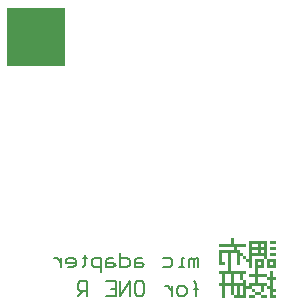
<source format=gbo>
G04*
G04 #@! TF.GenerationSoftware,Altium Limited,CircuitMaker,2.3.0 (3)*
G04*
G04 Layer_Color=13813960*
%FSLAX25Y25*%
%MOIN*%
G70*
G04*
G04 #@! TF.SameCoordinates,D5F01219-70E6-4597-8F9B-96EA77F89AD0*
G04*
G04*
G04 #@! TF.FilePolarity,Positive*
G04*
G01*
G75*
%ADD14C,0.00709*%
%ADD43R,0.19685X0.19685*%
G36*
X237795Y121053D02*
X235806D01*
Y122047D01*
X237795D01*
Y121053D01*
D02*
G37*
G36*
Y119063D02*
X235806D01*
Y120058D01*
X237795D01*
Y119063D01*
D02*
G37*
G36*
Y117074D02*
X235806D01*
Y118069D01*
X237795D01*
Y117074D01*
D02*
G37*
G36*
X223871Y121053D02*
X227849D01*
Y120058D01*
X224865D01*
Y119063D01*
X225860D01*
Y118069D01*
X226854D01*
Y117074D01*
X227849D01*
Y116080D01*
X228844D01*
Y122047D01*
X234811D01*
Y116080D01*
X237795D01*
Y113096D01*
X234811D01*
Y114727D01*
Y114737D01*
Y116080D01*
X233817D01*
Y117074D01*
X229838D01*
Y113096D01*
X228844D01*
Y115085D01*
X227849D01*
Y116080D01*
X226854D01*
Y117074D01*
X225860D01*
Y114090D01*
X224865D01*
Y118069D01*
X222876D01*
Y112101D01*
X227849D01*
Y111107D01*
X226854D01*
Y109117D01*
X227849D01*
Y107128D01*
X228844D01*
Y108123D01*
X230833D01*
Y110112D01*
X228844D01*
Y111107D01*
X230833D01*
Y116080D01*
X233817D01*
Y113096D01*
X231828D01*
Y111107D01*
X234811D01*
Y110112D01*
X235806D01*
Y112101D01*
X236801D01*
Y110112D01*
X237795D01*
Y109117D01*
X236801D01*
Y106133D01*
X237795D01*
Y105139D01*
X236801D01*
Y104731D01*
Y104721D01*
Y104144D01*
X237795D01*
Y103150D01*
X235806D01*
Y106133D01*
X234811D01*
Y107128D01*
X233817D01*
Y105139D01*
X232822D01*
Y107128D01*
X229838D01*
Y106133D01*
X230833D01*
Y106123D01*
Y106114D01*
Y105139D01*
X232822D01*
Y105000D01*
Y104990D01*
Y104144D01*
X234811D01*
Y103239D01*
Y103229D01*
Y103150D01*
X232822D01*
Y104144D01*
X230833D01*
Y105139D01*
X229838D01*
Y106133D01*
X227849D01*
Y103150D01*
X223871D01*
Y104144D01*
X222876D01*
Y107128D01*
X220887D01*
Y103150D01*
X219892D01*
Y107128D01*
X218898D01*
Y108123D01*
X219892D01*
Y111107D01*
X218898D01*
Y112101D01*
X221882D01*
Y118069D01*
X219892D01*
Y115085D01*
X220887D01*
Y114090D01*
X218898D01*
Y119063D01*
X223871D01*
Y120058D01*
X218898D01*
Y121053D01*
X222876D01*
Y123042D01*
X223871D01*
Y121053D01*
D02*
G37*
G36*
X230833Y103150D02*
X228844D01*
Y103448D01*
Y103458D01*
Y104144D01*
X230833D01*
Y103150D01*
D02*
G37*
%LPC*%
G36*
X233817Y121053D02*
X232822D01*
Y120058D01*
X233817D01*
Y121053D01*
D02*
G37*
G36*
X231828D02*
X229838D01*
Y120058D01*
X231828D01*
Y121053D01*
D02*
G37*
G36*
X233817Y119063D02*
X232822D01*
Y119004D01*
Y118994D01*
Y118069D01*
X233817D01*
Y119063D01*
D02*
G37*
G36*
X231828D02*
X229838D01*
Y118069D01*
X231828D01*
Y118606D01*
Y118616D01*
Y119063D01*
D02*
G37*
G36*
X236801Y115085D02*
X235806D01*
Y114369D01*
Y114359D01*
Y114090D01*
X236801D01*
Y115085D01*
D02*
G37*
G36*
X232822D02*
X231828D01*
Y114090D01*
X232822D01*
Y114458D01*
Y114468D01*
Y115085D01*
D02*
G37*
G36*
X225860Y111107D02*
X223871D01*
Y108123D01*
X226854D01*
Y109117D01*
X225860D01*
Y111107D01*
D02*
G37*
G36*
X222876D02*
X220887D01*
Y109157D01*
Y109147D01*
Y108123D01*
X222876D01*
Y111107D01*
D02*
G37*
G36*
X234811Y110112D02*
X231828D01*
Y108123D01*
X234811D01*
Y107128D01*
X235806D01*
Y109117D01*
X234811D01*
Y110112D01*
D02*
G37*
G36*
X226854Y107128D02*
X225860D01*
Y106521D01*
Y106511D01*
Y104144D01*
X226854D01*
Y107128D01*
D02*
G37*
G36*
X224865D02*
X223871D01*
Y104144D01*
X224865D01*
Y107128D01*
D02*
G37*
%LPD*%
D14*
X211890Y113307D02*
Y116455D01*
X211103D01*
X210315Y115668D01*
Y113307D01*
Y115668D01*
X209528Y116455D01*
X208741Y115668D01*
Y113307D01*
X207167D02*
X205593D01*
X206380D01*
Y116455D01*
X207167D01*
X200083D02*
X202444D01*
X203231Y115668D01*
Y114094D01*
X202444Y113307D01*
X200083D01*
X192998Y116455D02*
X191424D01*
X190637Y115668D01*
Y113307D01*
X192998D01*
X193785Y114094D01*
X192998Y114881D01*
X190637D01*
X185914Y118030D02*
Y113307D01*
X188275D01*
X189062Y114094D01*
Y115668D01*
X188275Y116455D01*
X185914D01*
X183553D02*
X181978D01*
X181191Y115668D01*
Y113307D01*
X183553D01*
X184340Y114094D01*
X183553Y114881D01*
X181191D01*
X179617Y111732D02*
Y116455D01*
X177255D01*
X176468Y115668D01*
Y114094D01*
X177255Y113307D01*
X179617D01*
X174107Y117243D02*
Y116455D01*
X174894D01*
X173320D01*
X174107D01*
Y114094D01*
X173320Y113307D01*
X168597D02*
X170171D01*
X170958Y114094D01*
Y115668D01*
X170171Y116455D01*
X168597D01*
X167809Y115668D01*
Y114881D01*
X170958D01*
X166235Y116455D02*
Y113307D01*
Y114881D01*
X165448Y115668D01*
X164661Y116455D01*
X163874D01*
X211103Y103858D02*
Y107794D01*
Y106220D01*
X211890D01*
X210315D01*
X211103D01*
Y107794D01*
X210315Y108581D01*
X207167Y103858D02*
X205593D01*
X204805Y104645D01*
Y106220D01*
X205593Y107007D01*
X207167D01*
X207954Y106220D01*
Y104645D01*
X207167Y103858D01*
X203231Y107007D02*
Y103858D01*
Y105433D01*
X202444Y106220D01*
X201657Y107007D01*
X200870D01*
X191424Y108581D02*
X192998D01*
X193785Y107794D01*
Y104645D01*
X192998Y103858D01*
X191424D01*
X190637Y104645D01*
Y107794D01*
X191424Y108581D01*
X189062Y103858D02*
Y108581D01*
X185914Y103858D01*
Y108581D01*
X181191D02*
X184340D01*
Y103858D01*
X181191D01*
X184340Y106220D02*
X182765D01*
X174894Y103858D02*
Y108581D01*
X172532D01*
X171745Y107794D01*
Y106220D01*
X172532Y105433D01*
X174894D01*
X173320D02*
X171745Y103858D01*
D43*
X157874Y190157D02*
D03*
M02*

</source>
